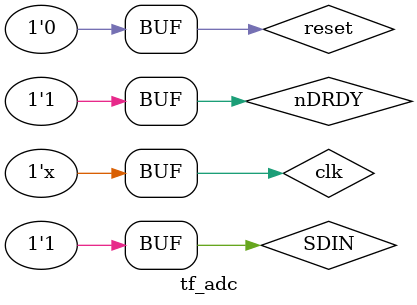
<source format=v>
`timescale 1ns / 1ns


module tf_adc;

	// Inputs
	reg clk;
	reg reset;
	reg nDRDY;
	
	reg SDIN;
	
	// Outputs
	//wire SDOUT;
	wire SCLK;
	wire nCS;
	wire drdy;

	// Bidirs
	wire [15:0] dataout;

// Instantiate the module
adc instance_name (
    .clk(clk), 
    .reset(reset), 
    .nDRDY(nDRDY), 
    .SDIN(SDIN), 
    //.SDOUT(SDOUT), 
    .SCLK(SCLK), 
    .nCS(nCS), 
    .drdy(drdy), 
    .dataout(dataout)
    );



	initial begin
		// Initialize Inputs
		clk = 0;
		reset = 0;
		nDRDY = 1;
		SDIN = 1;
		
		// Wait 100 ns for global reset to finish
		#100 reset=1;
		#100 reset=0;
				
		#1000 nDRDY=0;
		#200 nDRDY=1;
		
		#100_000 nDRDY=0;
		#200 nDRDY=1;
		
        
		// Add stimulus here

	end
 
always
#50 clk=~clk;



endmodule


</source>
